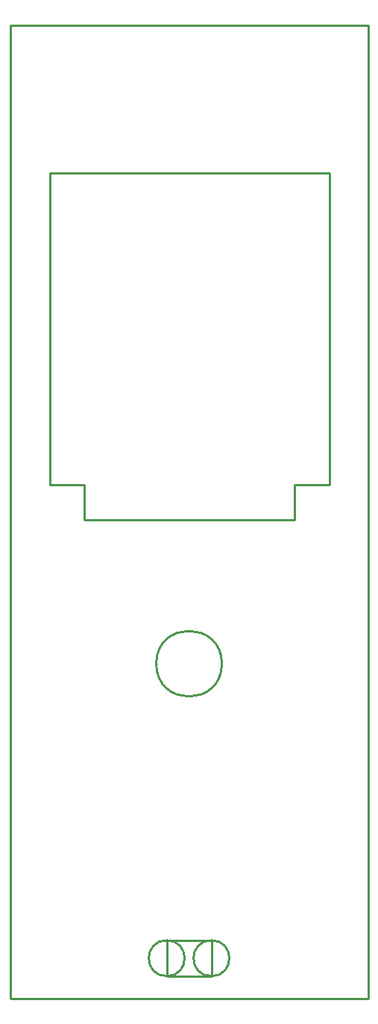
<source format=gko>
G04 Layer: BoardOutlineLayer*
G04 EasyEDA v6.5.29, 2023-07-18 11:35:47*
G04 afcbc65135b8487390061542234f1994,5a6b42c53f6a479593ecc07194224c93,10*
G04 Gerber Generator version 0.2*
G04 Scale: 100 percent, Rotated: No, Reflected: No *
G04 Dimensions in millimeters *
G04 leading zeros omitted , absolute positions ,4 integer and 5 decimal *
%FSLAX45Y45*%
%MOMM*%

%ADD10C,0.2540*%
D10*
X-2966999Y7400721D02*
G01*
X1097000Y7400721D01*
X1097000Y-3648278D01*
X-2966999Y-3648278D01*
X-2966999Y7400721D01*
G75*
G01*
X-680999Y-3394278D02*
G02*
X-680999Y-2987878I0J203200D01*
G75*
G01*
X-680999Y-2987878D02*
G02*
X-680999Y-3394278I0J-203200D01*
X-680999Y-3394278D02*
G01*
X-680999Y-3394278D01*
X-1188999Y-3394278D02*
G01*
X-680999Y-3394278D01*
X-680999Y-3394278D02*
G01*
X-680999Y-2987878D01*
X-680999Y-2987878D02*
G01*
X-1188999Y-2987878D01*
X-1188999Y-2987878D02*
G01*
X-1188999Y-3394278D01*
G75*
G01*
X-1188999Y-3394278D02*
G02*
X-1188999Y-2987878I0J203200D01*
G75*
G01*
X-1188999Y-2987878D02*
G02*
X-1188999Y-3394278I0J-203200D01*
X-1188999Y-3394278D02*
G01*
X-1188999Y-3394278D01*
G75*
G01*
X-1307666Y152306D02*
G02*
X-562267Y152306I372700J0D01*
G75*
G01*
X-562267Y152306D02*
G02*
X-1307666Y152306I-372699J0D01*
X-1307665Y152306D02*
G01*
X-1307665Y152306D01*
X-2517597Y5724321D02*
G01*
X-2517597Y2181021D01*
X-2517597Y2181021D02*
G01*
X-2123897Y2181021D01*
X-2123897Y2181021D02*
G01*
X-2123897Y1787321D01*
X-2123897Y1787321D02*
G01*
X263702Y1787321D01*
X263702Y1787321D02*
G01*
X263702Y2181021D01*
X263702Y2181021D02*
G01*
X657402Y2181021D01*
X657402Y2181021D02*
G01*
X657402Y5724321D01*
X657402Y5724321D02*
G01*
X-2517597Y5724321D01*

%LPD*%
M02*

</source>
